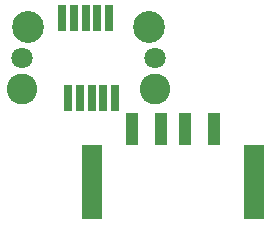
<source format=gts>
%FSLAX25Y25*%
%MOIN*%
G70*
G01*
G75*
G04 Layer_Color=8388736*
%ADD10R,0.01969X0.07874*%
%ADD11R,0.03143X0.10268*%
%ADD12R,0.03543X0.10268*%
%ADD13R,0.06000X0.24016*%
%ADD14C,0.01600*%
%ADD15C,0.06299*%
%ADD16C,0.09449*%
%ADD17C,0.09843*%
%ADD18C,0.02000*%
%ADD19C,0.00394*%
%ADD20C,0.01378*%
%ADD21R,0.02769X0.08674*%
%ADD22R,0.03943X0.11068*%
%ADD23R,0.04343X0.11068*%
%ADD24R,0.06800X0.24816*%
%ADD25C,0.07099*%
%ADD26C,0.10249*%
%ADD27C,0.10642*%
D21*
X222642Y367886D02*
D03*
X226579D02*
D03*
X230516D02*
D03*
X234453D02*
D03*
X238390Y367886D02*
D03*
X224610Y341114D02*
D03*
X228547D02*
D03*
X232484D02*
D03*
X236421D02*
D03*
X240358D02*
D03*
D22*
X273394Y330634D02*
D03*
D23*
X263551D02*
D03*
X245835D02*
D03*
X255677D02*
D03*
D24*
X232500Y312992D02*
D03*
X286728Y312992D02*
D03*
D25*
X209453Y354500D02*
D03*
X253547D02*
D03*
D26*
X253744Y344264D02*
D03*
X209256D02*
D03*
D27*
X251776Y364736D02*
D03*
X211224D02*
D03*
M02*

</source>
